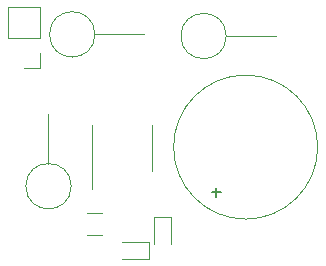
<source format=gto>
%TF.GenerationSoftware,KiCad,Pcbnew,(5.1.6-0-10_14)*%
%TF.CreationDate,2020-09-05T01:35:09-04:00*%
%TF.ProjectId,solder_beep,736f6c64-6572-45f6-9265-65702e6b6963,rev?*%
%TF.SameCoordinates,Original*%
%TF.FileFunction,Legend,Top*%
%TF.FilePolarity,Positive*%
%FSLAX46Y46*%
G04 Gerber Fmt 4.6, Leading zero omitted, Abs format (unit mm)*
G04 Created by KiCad (PCBNEW (5.1.6-0-10_14)) date 2020-09-05 01:35:09*
%MOMM*%
%LPD*%
G01*
G04 APERTURE LIST*
%ADD10C,0.120000*%
%ADD11C,0.150000*%
G04 APERTURE END LIST*
D10*
%TO.C,U1*%
X41345800Y10601960D02*
X41345800Y12551960D01*
X41345800Y10601960D02*
X41345800Y8651960D01*
X36225800Y10601960D02*
X36225800Y12551960D01*
X36225800Y10601960D02*
X36225800Y7151960D01*
%TO.C,D2*%
X41053120Y2685720D02*
X38768120Y2685720D01*
X41053120Y1215720D02*
X41053120Y2685720D01*
X38768120Y1215720D02*
X41053120Y1215720D01*
%TO.C,D1*%
X41464560Y4751440D02*
X41464560Y2466440D01*
X42934560Y4751440D02*
X41464560Y4751440D01*
X42934560Y2466440D02*
X42934560Y4751440D01*
%TO.C,R2*%
X34492960Y7376160D02*
G75*
G03*
X34492960Y7376160I-1920000J0D01*
G01*
X32572960Y9296160D02*
X32572960Y13496160D01*
%TO.C,R3*%
X36499560Y20228560D02*
X40699560Y20228560D01*
X36499560Y20228560D02*
G75*
G03*
X36499560Y20228560I-1920000J0D01*
G01*
%TO.C,R1*%
X47624760Y20091400D02*
X51824760Y20091400D01*
X47624760Y20091400D02*
G75*
G03*
X47624760Y20091400I-1920000J0D01*
G01*
%TO.C,C1*%
X37128480Y3255760D02*
X35870480Y3255760D01*
X37128480Y5095760D02*
X35870480Y5095760D01*
%TO.C,J1*%
X31845560Y22559320D02*
X29185560Y22559320D01*
X31845560Y19959320D02*
X31845560Y22559320D01*
X29185560Y19959320D02*
X29185560Y22559320D01*
X31845560Y19959320D02*
X29185560Y19959320D01*
X31845560Y18689320D02*
X31845560Y17359320D01*
X31845560Y17359320D02*
X30515560Y17359320D01*
%TO.C,BZ1*%
X55365840Y10688480D02*
G75*
G03*
X55365840Y10688480I-6100000J0D01*
G01*
D11*
X46797268Y6497527D02*
X46797268Y7259432D01*
X47178220Y6878480D02*
X46416316Y6878480D01*
%TD*%
M02*

</source>
